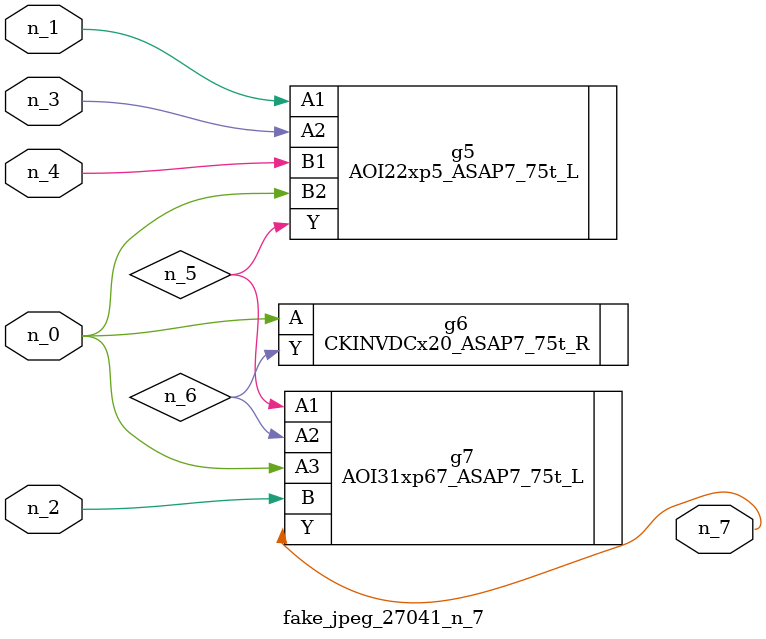
<source format=v>
module fake_jpeg_27041_n_7 (n_3, n_2, n_1, n_0, n_4, n_7);

input n_3;
input n_2;
input n_1;
input n_0;
input n_4;

output n_7;

wire n_6;
wire n_5;

AOI22xp5_ASAP7_75t_L g5 ( 
.A1(n_1),
.A2(n_3),
.B1(n_4),
.B2(n_0),
.Y(n_5)
);

CKINVDCx20_ASAP7_75t_R g6 ( 
.A(n_0),
.Y(n_6)
);

AOI31xp67_ASAP7_75t_L g7 ( 
.A1(n_5),
.A2(n_6),
.A3(n_0),
.B(n_2),
.Y(n_7)
);


endmodule
</source>
